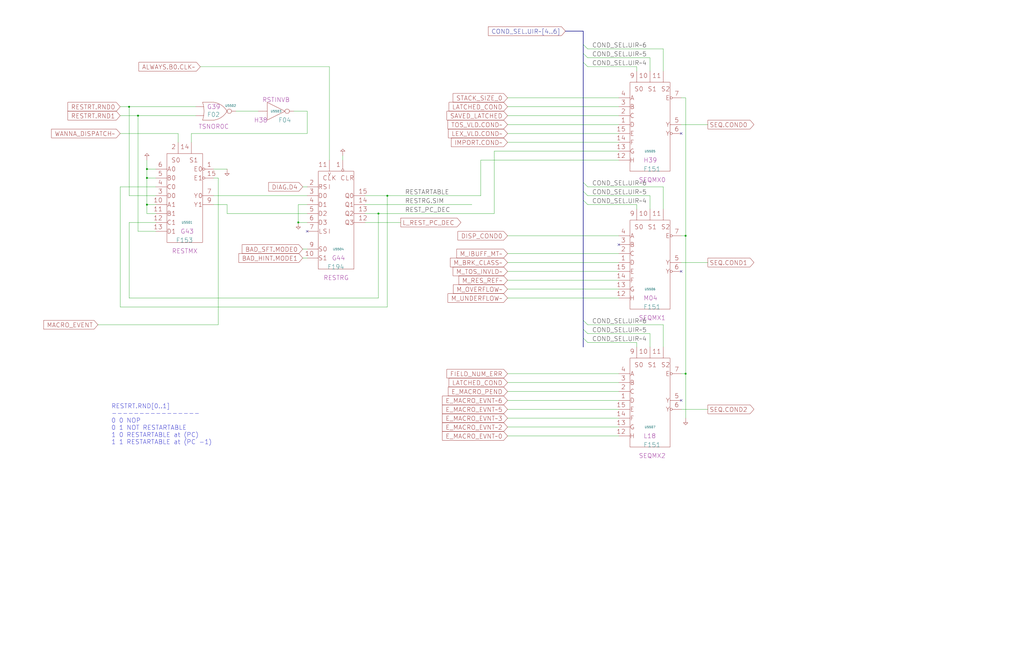
<source format=kicad_sch>
(kicad_sch (version 20211123) (generator eeschema)
  (paper "User" 584.2 378.46)
  (title_block (title "SEQUENCE CONDITION SELECT") (date "22-MAY-90") (rev "1.0") (comment 1 "SEQUENCER") (comment 2 "232-003064") (comment 3 "S400") (comment 4 "RELEASED"))
  (lib_symbols
    (symbol "r1000:F02" (pin_numbers hide) (pin_names hide)
      (property "Reference" "U" (at 12.16 0.635 0))
      (property "Value" "F02" (at -1.27 -4.445 0))
      (property "Location" "___" (at 2.54 0 0))
      (property "Name" "______" (at 2.54 -12.7 0))
      (symbol "F02_0_1"
        (arc (start -3.81 -7.62) (mid -2.9847 -2.54) (end -3.81 2.54) (stroke (width 0.1524)))
        (polyline (pts (xy -5.08 -5.08) (xy -3.175 -5.08)) (stroke (width 0.1524)))
        (polyline (pts (xy -5.08 0) (xy -3.175 0)) (stroke (width 0.1524)))
        (polyline (pts (xy -3.81 -7.62) (xy 2.54 -7.62)) (stroke (width 0.1524)))
        (polyline (pts (xy -3.81 2.54) (xy 2.54 2.54)) (stroke (width 0.1524)))
        (polyline (pts (xy 13.97 -2.54) (xy 12.7 -2.54)) (stroke (width 0.1524)))
        (arc (start 2.54 -7.62) (mid 6.9515 -5.9823) (end 10.16 -2.54) (stroke (width 0.1524)))
        (arc (start 10.16 -2.54) (mid 6.9478 0.8966) (end 2.54 2.54) (stroke (width 0.1524)))
        (circle (center 11.43 -2.54) (radius 1.27) (stroke (width 0.1524)))
      )
      (symbol "F02_0_2"
        (circle (center -3.81 -5.08) (radius 1.27) (stroke (width 0.1524)))
        (circle (center -3.81 0) (radius 1.27) (stroke (width 0.1524)))
        (polyline (pts (xy -2.54 -7.62) (xy 5.08 -7.62)) (stroke (width 0.1524)))
        (polyline (pts (xy -2.54 2.54) (xy -2.54 -7.62)) (stroke (width 0.1524)))
        (polyline (pts (xy -2.54 2.54) (xy 5.08 2.54)) (stroke (width 0.1524)))
        (polyline (pts (xy 11.43 -2.54) (xy 10.16 -2.54)) (stroke (width 0.1524)))
        (polyline (pts (xy 11.43 -2.54) (xy 12.7 -2.54)) (stroke (width 0.1524)))
        (arc (start 5.08 -7.62) (mid 10.1282 -2.54) (end 5.08 2.54) (stroke (width 0.1524)))
      )
      (symbol "F02_1_1"
        (pin input line (at -7.62 0 0) (length 2.54) (name "D0") (number "1"))
        (pin input line (at -7.62 -5.08 0) (length 2.54) (name "D1") (number "2"))
        (pin output line (at 15.24 -2.54 180) (length 1.27) (name "Q") (number "3"))
      )
      (symbol "F02_1_2"
        (pin input line (at -7.62 0 0) (length 2.54) (name "D0") (number "1"))
        (pin input line (at -7.62 -5.08 0) (length 2.54) (name "D1") (number "2"))
        (pin output line (at 15.24 -2.54 180) (length 2.54) (name "Q") (number "3"))
      )
    )
    (symbol "r1000:F04" (pin_numbers hide) (pin_names hide)
      (property "Reference" "U" (at 0 0 0))
      (property "Value" "F04" (at 1.27 -5.08 0))
      (property "Location" "___" (at -12.7 -5.08 0))
      (property "Name" "______" (at 0 5.08 0))
      (symbol "F04_0_1"
        (polyline (pts (xy -7.62 0) (xy -5.08 0)) (stroke (width 0.1524)))
        (polyline (pts (xy -5.08 5.08) (xy -5.08 -5.08)) (stroke (width 0.1524)))
        (polyline (pts (xy 5.08 0) (xy -5.08 -5.08)) (stroke (width 0.1524)))
        (polyline (pts (xy 5.08 0) (xy -5.08 5.08)) (stroke (width 0.1524)))
        (circle (center 6.35 0) (radius 1.27) (stroke (width 0.1524)))
      )
      (symbol "F04_1_1"
        (pin input line (at -10.16 0 0) (length 2.54) (name "D") (number "1"))
        (pin output line (at 10.16 0 180) (length 2.54) (name "Q") (number "2"))
      )
    )
    (symbol "r1000:F151" (pin_numbers hide) (pin_names (offset 1.016) hide)
      (property "Reference" "U" (at 2.54 5.08 0))
      (property "Value" "F151" (at -1.27 -5.08 0))
      (property "Location" "___" (at -1.27 0 0))
      (property "Name" "______" (at 3.81 -12.7 0))
      (symbol "F151_1_1"
        (rectangle (start -8.89 44.45) (end 13.97 -6.35))
        (circle (center 14.605 15.24) (radius 0.635))
        (circle (center 14.605 35.56) (radius 0.635))
        (text "0" (at -2.54 40.64 0) (effects (font (size 2.54 2.54))))
        (text "0" (at 0 48.26 0) (effects (font (size 2.54 2.54))))
        (text "1" (at -15.24 2.54 0) (effects (font (size 2.54 2.54))))
        (text "1" (at -15.24 7.62 0) (effects (font (size 2.54 2.54))))
        (text "1" (at -15.24 12.7 0) (effects (font (size 2.54 2.54))))
        (text "1" (at -15.24 17.78 0) (effects (font (size 2.54 2.54))))
        (text "1" (at -12.7 22.86 0) (effects (font (size 2.54 2.54))))
        (text "1" (at -2.54 48.26 0) (effects (font (size 2.54 2.54))))
        (text "1" (at 5.08 40.64 0) (effects (font (size 2.54 2.54))))
        (text "1" (at 5.08 48.26 0) (effects (font (size 2.54 2.54))))
        (text "1" (at 7.62 48.26 0) (effects (font (size 2.54 2.54))))
        (text "2" (at -12.7 2.54 0) (effects (font (size 2.54 2.54))))
        (text "2" (at -12.7 27.94 0) (effects (font (size 2.54 2.54))))
        (text "2" (at 12.7 40.64 0) (effects (font (size 2.54 2.54))))
        (text "3" (at -12.7 7.62 0) (effects (font (size 2.54 2.54))))
        (text "3" (at -12.7 33.02 0) (effects (font (size 2.54 2.54))))
        (text "4" (at -12.7 12.7 0) (effects (font (size 2.54 2.54))))
        (text "4" (at -12.7 38.1 0) (effects (font (size 2.54 2.54))))
        (text "5" (at -12.7 17.78 0) (effects (font (size 2.54 2.54))))
        (text "5" (at 17.78 22.86 0) (effects (font (size 2.54 2.54))))
        (text "6" (at 17.78 17.78 0) (effects (font (size 2.54 2.54))))
        (text "7" (at 17.78 38.1 0) (effects (font (size 2.54 2.54))))
        (text "9" (at -7.62 48.26 0) (effects (font (size 2.54 2.54))))
        (text "A" (at -7.62 35.56 0) (effects (font (size 2.54 2.54))))
        (text "B" (at -7.62 30.48 0) (effects (font (size 2.54 2.54))))
        (text "C" (at -7.62 25.4 0) (effects (font (size 2.54 2.54))))
        (text "D" (at -7.62 20.32 0) (effects (font (size 2.54 2.54))))
        (text "E" (at -7.62 15.24 0) (effects (font (size 2.54 2.54))))
        (text "E" (at 12.7 35.56 0) (effects (font (size 2.54 2.54))))
        (text "F" (at -7.62 10.16 0) (effects (font (size 2.54 2.54))))
        (text "G" (at -7.62 5.08 0) (effects (font (size 2.54 2.54))))
        (text "H" (at -7.62 0 0) (effects (font (size 2.54 2.54))))
        (text "S" (at -5.08 40.64 0) (effects (font (size 2.54 2.54))))
        (text "S" (at 2.54 40.64 0) (effects (font (size 2.54 2.54))))
        (text "S" (at 10.16 40.64 0) (effects (font (size 2.54 2.54))))
        (text "Y" (at 12.7 15.24 0) (effects (font (size 2.54 2.54))))
        (text "Y" (at 12.7 20.32 0) (effects (font (size 2.54 2.54))))
        (pin input line (at -15.24 20.32 0) (length 6.35) (name "D") (number "1"))
        (pin input line (at 2.54 50.8 270) (length 6.35) (name "S1") (number "10"))
        (pin input line (at 10.16 50.8 270) (length 6.35) (name "S2") (number "11"))
        (pin input line (at -15.24 0 0) (length 6.35) (name "H") (number "12"))
        (pin input line (at -15.24 5.08 0) (length 6.35) (name "G") (number "13"))
        (pin input line (at -15.24 10.16 0) (length 6.35) (name "F") (number "14"))
        (pin input line (at -15.24 15.24 0) (length 6.35) (name "E") (number "15"))
        (pin input line (at -15.24 25.4 0) (length 6.35) (name "C") (number "2"))
        (pin input line (at -15.24 30.48 0) (length 6.35) (name "B") (number "3"))
        (pin input line (at -15.24 35.56 0) (length 6.35) (name "A") (number "4"))
        (pin output line (at 20.32 20.32 180) (length 6.35) (name "Y") (number "5"))
        (pin output line (at 20.32 15.24 180) (length 5.08) (name "Y_") (number "6"))
        (pin input line (at 20.32 35.56 180) (length 5.08) (name "E_") (number "7"))
        (pin input line (at -5.08 50.8 270) (length 6.35) (name "S0") (number "9"))
      )
    )
    (symbol "r1000:F153" (pin_numbers hide) (pin_names (offset 1.016) hide)
      (property "Reference" "U" (at 2.54 5.08 0))
      (property "Value" "F153" (at -3.81 -5.08 0))
      (property "Location" "___" (at -1.27 0 0))
      (property "Name" "______" (at 1.27 -12.7 0))
      (symbol "F153_1_1"
        (rectangle (start -8.89 44.45) (end 11.43 -6.35))
        (circle (center 12.065 30.48) (radius 0.635))
        (circle (center 12.065 35.56) (radius 0.635))
        (text "0" (at -12.7 17.78 0) (effects (font (size 2.54 2.54))))
        (text "0" (at -5.08 20.32 0) (effects (font (size 2.54 2.54))))
        (text "0" (at -5.08 25.4 0) (effects (font (size 2.54 2.54))))
        (text "0" (at -5.08 30.48 0) (effects (font (size 2.54 2.54))))
        (text "0" (at -5.08 35.56 0) (effects (font (size 2.54 2.54))))
        (text "0" (at -2.54 40.64 0) (effects (font (size 2.54 2.54))))
        (text "0" (at 10.16 20.32 0) (effects (font (size 2.54 2.54))))
        (text "0" (at 10.16 35.56 0) (effects (font (size 2.54 2.54))))
        (text "1" (at -15.24 2.54 0) (effects (font (size 2.54 2.54))))
        (text "1" (at -15.24 7.62 0) (effects (font (size 2.54 2.54))))
        (text "1" (at -15.24 12.7 0) (effects (font (size 2.54 2.54))))
        (text "1" (at -15.24 17.78 0) (effects (font (size 2.54 2.54))))
        (text "1" (at -12.7 12.7 0) (effects (font (size 2.54 2.54))))
        (text "1" (at -5.08 0 0) (effects (font (size 2.54 2.54))))
        (text "1" (at -5.08 5.08 0) (effects (font (size 2.54 2.54))))
        (text "1" (at -5.08 10.16 0) (effects (font (size 2.54 2.54))))
        (text "1" (at -5.08 15.24 0) (effects (font (size 2.54 2.54))))
        (text "1" (at 0 48.26 0) (effects (font (size 2.54 2.54))))
        (text "1" (at 7.62 40.64 0) (effects (font (size 2.54 2.54))))
        (text "1" (at 10.16 15.24 0) (effects (font (size 2.54 2.54))))
        (text "1" (at 10.16 30.48 0) (effects (font (size 2.54 2.54))))
        (text "1" (at 15.24 33.02 0) (effects (font (size 2.54 2.54))))
        (text "1" (at 15.24 38.1 0) (effects (font (size 2.54 2.54))))
        (text "2" (at -12.7 7.62 0) (effects (font (size 2.54 2.54))))
        (text "2" (at -5.08 48.26 0) (effects (font (size 2.54 2.54))))
        (text "3" (at -12.7 2.54 0) (effects (font (size 2.54 2.54))))
        (text "3" (at -12.7 22.86 0) (effects (font (size 2.54 2.54))))
        (text "4" (at -12.7 27.94 0) (effects (font (size 2.54 2.54))))
        (text "4" (at 2.54 48.26 0) (effects (font (size 2.54 2.54))))
        (text "5" (at -12.7 33.02 0) (effects (font (size 2.54 2.54))))
        (text "5" (at 17.78 33.02 0) (effects (font (size 2.54 2.54))))
        (text "6" (at -12.7 38.1 0) (effects (font (size 2.54 2.54))))
        (text "7" (at 15.24 22.86 0) (effects (font (size 2.54 2.54))))
        (text "9" (at 15.24 17.78 0) (effects (font (size 2.54 2.54))))
        (text "A" (at -7.62 15.24 0) (effects (font (size 2.54 2.54))))
        (text "A" (at -7.62 35.56 0) (effects (font (size 2.54 2.54))))
        (text "B" (at -7.62 10.16 0) (effects (font (size 2.54 2.54))))
        (text "B" (at -7.62 30.48 0) (effects (font (size 2.54 2.54))))
        (text "C" (at -7.62 5.08 0) (effects (font (size 2.54 2.54))))
        (text "C" (at -7.62 25.4 0) (effects (font (size 2.54 2.54))))
        (text "D" (at -7.62 0 0) (effects (font (size 2.54 2.54))))
        (text "D" (at -7.62 20.32 0) (effects (font (size 2.54 2.54))))
        (text "E" (at 7.62 30.48 0) (effects (font (size 2.54 2.54))))
        (text "E" (at 7.62 35.56 0) (effects (font (size 2.54 2.54))))
        (text "S" (at -5.08 40.64 0) (effects (font (size 2.54 2.54))))
        (text "S" (at 5.08 40.64 0) (effects (font (size 2.54 2.54))))
        (text "Y" (at 7.62 15.24 0) (effects (font (size 2.54 2.54))))
        (text "Y" (at 7.62 20.32 0) (effects (font (size 2.54 2.54))))
        (pin input line (at 17.78 35.56 180) (length 5.08) (name "E0_") (number "1"))
        (pin input line (at -15.24 15.24 0) (length 6.35) (name "A1") (number "10"))
        (pin input line (at -15.24 10.16 0) (length 6.35) (name "B1") (number "11"))
        (pin input line (at -15.24 5.08 0) (length 6.35) (name "C1") (number "12"))
        (pin input line (at -15.24 0 0) (length 6.35) (name "D1") (number "13"))
        (pin input line (at 5.08 50.8 270) (length 6.35) (name "S1") (number "14"))
        (pin input line (at 17.78 30.48 180) (length 5.08) (name "E1_") (number "15"))
        (pin input line (at -2.54 50.8 270) (length 6.35) (name "S0") (number "2"))
        (pin input line (at -15.24 20.32 0) (length 6.35) (name "D0") (number "3"))
        (pin input line (at -15.24 25.4 0) (length 6.35) (name "C0") (number "4"))
        (pin input line (at -15.24 30.48 0) (length 6.35) (name "B0") (number "5"))
        (pin input line (at -15.24 35.56 0) (length 6.35) (name "A0") (number "6"))
        (pin output line (at 17.78 20.32 180) (length 6.35) (name "Y0") (number "7"))
        (pin output line (at 17.78 15.24 180) (length 6.35) (name "Y1") (number "9"))
      )
    )
    (symbol "r1000:F194" (pin_numbers hide) (pin_names (offset 1.016) hide)
      (property "Reference" "U" (at 2.54 5.08 0))
      (property "Value" "F194" (at -3.81 -5.08 0))
      (property "Location" "___" (at -1.27 0 0))
      (property "Name" "______" (at 1.27 -12.7 0))
      (symbol "F194_1_1"
        (rectangle (start -8.89 49.53) (end 11.43 -6.35))
        (circle (center 5.08 50.165) (radius 0.635))
        (text "0" (at -12.7 2.54 0) (effects (font (size 2.54 2.54))))
        (text "0" (at -5.08 5.08 0) (effects (font (size 2.54 2.54))))
        (text "0" (at -5.08 35.56 0) (effects (font (size 2.54 2.54))))
        (text "0" (at 10.16 35.56 0) (effects (font (size 2.54 2.54))))
        (text "1" (at -15.24 2.54 0) (effects (font (size 2.54 2.54))))
        (text "1" (at -7.62 53.34 0) (effects (font (size 2.54 2.54))))
        (text "1" (at -5.08 0 0) (effects (font (size 2.54 2.54))))
        (text "1" (at -5.08 30.48 0) (effects (font (size 2.54 2.54))))
        (text "1" (at -5.08 53.34 0) (effects (font (size 2.54 2.54))))
        (text "1" (at 2.54 53.34 0) (effects (font (size 2.54 2.54))))
        (text "1" (at 10.16 30.48 0) (effects (font (size 2.54 2.54))))
        (text "1" (at 15.24 22.86 0) (effects (font (size 2.54 2.54))))
        (text "1" (at 15.24 27.94 0) (effects (font (size 2.54 2.54))))
        (text "1" (at 15.24 33.02 0) (effects (font (size 2.54 2.54))))
        (text "1" (at 15.24 38.1 0) (effects (font (size 2.54 2.54))))
        (text "2" (at -12.7 43.18 0) (effects (font (size 2.54 2.54))))
        (text "2" (at -5.08 25.4 0) (effects (font (size 2.54 2.54))))
        (text "2" (at 10.16 25.4 0) (effects (font (size 2.54 2.54))))
        (text "2" (at 17.78 22.86 0) (effects (font (size 2.54 2.54))))
        (text "3" (at -12.7 38.1 0) (effects (font (size 2.54 2.54))))
        (text "3" (at -5.08 20.32 0) (effects (font (size 2.54 2.54))))
        (text "3" (at 10.16 20.32 0) (effects (font (size 2.54 2.54))))
        (text "3" (at 17.78 27.94 0) (effects (font (size 2.54 2.54))))
        (text "4" (at -12.7 33.02 0) (effects (font (size 2.54 2.54))))
        (text "4" (at 17.78 33.02 0) (effects (font (size 2.54 2.54))))
        (text "5" (at -12.7 27.94 0) (effects (font (size 2.54 2.54))))
        (text "5" (at 17.78 38.1 0) (effects (font (size 2.54 2.54))))
        (text "6" (at -12.7 22.86 0) (effects (font (size 2.54 2.54))))
        (text "7" (at -12.7 17.78 0) (effects (font (size 2.54 2.54))))
        (text "9" (at -12.7 7.62 0) (effects (font (size 2.54 2.54))))
        (text "C" (at -5.08 45.72 0) (effects (font (size 2.54 2.54))))
        (text "C" (at 5.08 45.72 0) (effects (font (size 2.54 2.54))))
        (text "D" (at -7.62 20.32 0) (effects (font (size 2.54 2.54))))
        (text "D" (at -7.62 25.4 0) (effects (font (size 2.54 2.54))))
        (text "D" (at -7.62 30.48 0) (effects (font (size 2.54 2.54))))
        (text "D" (at -7.62 35.56 0) (effects (font (size 2.54 2.54))))
        (text "I" (at -2.54 15.24 0) (effects (font (size 2.54 2.54))))
        (text "I" (at -2.54 40.64 0) (effects (font (size 2.54 2.54))))
        (text "K" (at 0 45.72 0) (effects (font (size 2.54 2.54))))
        (text "L" (at -7.62 15.24 0) (effects (font (size 2.54 2.54))))
        (text "L" (at -2.54 45.72 0) (effects (font (size 2.54 2.54))))
        (text "L" (at 7.62 45.72 0) (effects (font (size 2.54 2.54))))
        (text "Q" (at 7.62 20.32 0) (effects (font (size 2.54 2.54))))
        (text "Q" (at 7.62 25.4 0) (effects (font (size 2.54 2.54))))
        (text "Q" (at 7.62 30.48 0) (effects (font (size 2.54 2.54))))
        (text "Q" (at 7.62 35.56 0) (effects (font (size 2.54 2.54))))
        (text "R" (at -7.62 40.64 0) (effects (font (size 2.54 2.54))))
        (text "R" (at 10.16 45.72 0) (effects (font (size 2.54 2.54))))
        (text "S" (at -7.62 0 0) (effects (font (size 2.54 2.54))))
        (text "S" (at -7.62 5.08 0) (effects (font (size 2.54 2.54))))
        (text "S" (at -5.08 15.24 0) (effects (font (size 2.54 2.54))))
        (text "S" (at -5.08 40.64 0) (effects (font (size 2.54 2.54))))
        (text "v" (at -2.54 48.26 0) (effects (font (size 2.54 2.54))))
        (pin input line (at 5.08 55.88 270) (length 5.08) (name "CLR_") (number "1"))
        (pin input line (at -15.24 0 0) (length 6.35) (name "S1") (number "10"))
        (pin input line (at -2.54 55.88 270) (length 6.35) (name "CLK") (number "11"))
        (pin output line (at 17.78 20.32 180) (length 6.35) (name "Q3") (number "12"))
        (pin output line (at 17.78 25.4 180) (length 6.35) (name "Q2") (number "13"))
        (pin output line (at 17.78 30.48 180) (length 6.35) (name "Q1") (number "14"))
        (pin output line (at 17.78 35.56 180) (length 6.35) (name "Q0") (number "15"))
        (pin input line (at -15.24 40.64 0) (length 6.35) (name "RSI") (number "2"))
        (pin input line (at -15.24 35.56 0) (length 6.35) (name "D0") (number "3"))
        (pin input line (at -15.24 30.48 0) (length 6.35) (name "D1") (number "4"))
        (pin input line (at -15.24 25.4 0) (length 6.35) (name "D2") (number "5"))
        (pin input line (at -15.24 20.32 0) (length 6.35) (name "D3") (number "6"))
        (pin input line (at -15.24 15.24 0) (length 6.35) (name "LSI") (number "7"))
        (pin input line (at -15.24 5.08 0) (length 6.35) (name "S0") (number "9"))
      )
    )
    (symbol "r1000:PD" (power) (pin_numbers hide) (pin_names hide) (in_bom no)
      (symbol "PD_0_1"
        (polyline (pts (xy 0 -2.54) (xy 1.27 -2.54) (xy 0 -3.81) (xy -1.27 -2.54) (xy 0 -2.54)) (stroke (width 0.1524)))
      )
      (symbol "PD_1_1"
        (pin power_in line (at 0 0 270) (length 2.54) (name "PD") (number "1"))
      )
    )
    (symbol "r1000:PU" (power) (pin_numbers hide) (pin_names hide)
      (symbol "PU_0_1"
        (polyline (pts (xy 0 2.54) (xy -1.27 2.54) (xy 0 3.81) (xy 1.27 2.54) (xy 0 2.54)) (stroke (width 0.1524)))
      )
      (symbol "PU_1_1"
        (pin power_in line (at 0 0 90) (length 2.54) (name "PU") (number "1"))
      )
    )
  )
  (junction (at 73.66 60.96) (diameter 0.9144))
  (junction (at 83.82 96.52) (diameter 0.9144))
  (junction (at 170.18 127) (diameter 0.9144))
  (junction (at 78.74 66.04) (diameter 0.9144))
  (junction (at 220.98 111.76) (diameter 0.9144))
  (junction (at 83.82 116.84) (diameter 0.9144))
  (junction (at 391.16 213.36) (diameter 0.9144))
  (junction (at 215.9 121.92) (diameter 0.9144))
  (junction (at 391.16 134.62) (diameter 0.9144))
  (junction (at 83.82 101.6) (diameter 0.9144))
  (no_connect (at 353.06 139.7))
  (no_connect (at 388.62 76.2))
  (no_connect (at 388.62 154.94))
  (no_connect (at 388.62 228.6))
  (no_connect (at 175.26 132.08))
  (bus_entry (at 332.74 104.14) (size 2.54 2.54))
  (bus_entry (at 332.74 30.48) (size 2.54 2.54))
  (bus_entry (at 332.74 25.4) (size 2.54 2.54))
  (bus_entry (at 332.74 35.56) (size 2.54 2.54))
  (bus_entry (at 332.74 193.04) (size 2.54 2.54))
  (bus_entry (at 332.74 109.22) (size 2.54 2.54))
  (bus_entry (at 332.74 187.96) (size 2.54 2.54))
  (bus_entry (at 332.74 114.3) (size 2.54 2.54))
  (bus_entry (at 332.74 182.88) (size 2.54 2.54))
  (bus (pts (xy 322.58 17.78) (xy 332.74 17.78)))
  (bus (pts (xy 332.74 17.78) (xy 332.74 25.4)))
  (wire (pts (xy 68.58 66.04) (xy 78.74 66.04)))
  (wire (pts (xy 78.74 66.04) (xy 111.76 66.04)))
  (wire (pts (xy 388.62 233.68) (xy 403.86 233.68)))
  (wire (pts (xy 335.28 116.84) (xy 363.22 116.84)))
  (wire (pts (xy 289.56 243.84) (xy 353.06 243.84)))
  (wire (pts (xy 335.28 27.94) (xy 378.46 27.94)))
  (wire (pts (xy 378.46 27.94) (xy 378.46 40.64)))
  (wire (pts (xy 55.88 185.42) (xy 124.46 185.42)))
  (wire (pts (xy 124.46 101.6) (xy 121.92 101.6)))
  (wire (pts (xy 124.46 185.42) (xy 124.46 101.6)))
  (wire (pts (xy 289.56 165.1) (xy 353.06 165.1)))
  (wire (pts (xy 83.82 91.44) (xy 83.82 96.52)))
  (wire (pts (xy 83.82 96.52) (xy 83.82 101.6)))
  (wire (pts (xy 83.82 101.6) (xy 83.82 116.84)))
  (wire (pts (xy 83.82 116.84) (xy 83.82 121.92)))
  (wire (pts (xy 88.9 121.92) (xy 83.82 121.92)))
  (wire (pts (xy 289.56 134.62) (xy 353.06 134.62)))
  (wire (pts (xy 388.62 213.36) (xy 391.16 213.36)))
  (wire (pts (xy 289.56 233.68) (xy 353.06 233.68)))
  (wire (pts (xy 289.56 55.88) (xy 353.06 55.88)))
  (wire (pts (xy 121.92 111.76) (xy 175.26 111.76)))
  (wire (pts (xy 289.56 238.76) (xy 353.06 238.76)))
  (wire (pts (xy 73.66 127) (xy 73.66 170.18)))
  (wire (pts (xy 73.66 170.18) (xy 215.9 170.18)))
  (wire (pts (xy 88.9 127) (xy 73.66 127)))
  (wire (pts (xy 215.9 170.18) (xy 215.9 121.92)))
  (wire (pts (xy 289.56 170.18) (xy 353.06 170.18)))
  (wire (pts (xy 195.58 88.9) (xy 195.58 91.44)))
  (wire (pts (xy 121.92 116.84) (xy 129.54 116.84)))
  (wire (pts (xy 129.54 116.84) (xy 129.54 121.92)))
  (wire (pts (xy 129.54 121.92) (xy 175.26 121.92)))
  (wire (pts (xy 134.62 63.5) (xy 147.32 63.5)))
  (bus (pts (xy 332.74 193.04) (xy 332.74 198.12)))
  (bus (pts (xy 332.74 30.48) (xy 332.74 35.56)))
  (bus (pts (xy 332.74 104.14) (xy 332.74 109.22)))
  (wire (pts (xy 208.28 127) (xy 228.6 127)))
  (wire (pts (xy 170.18 116.84) (xy 170.18 127)))
  (wire (pts (xy 170.18 127) (xy 175.26 127)))
  (wire (pts (xy 175.26 116.84) (xy 170.18 116.84)))
  (wire (pts (xy 68.58 76.2) (xy 101.6 76.2)))
  (wire (pts (xy 101.6 76.2) (xy 101.6 81.28)))
  (wire (pts (xy 289.56 71.12) (xy 353.06 71.12)))
  (bus (pts (xy 332.74 25.4) (xy 332.74 30.48)))
  (wire (pts (xy 289.56 149.86) (xy 353.06 149.86)))
  (wire (pts (xy 388.62 134.62) (xy 391.16 134.62)))
  (wire (pts (xy 335.28 185.42) (xy 378.46 185.42)))
  (wire (pts (xy 289.56 160.02) (xy 353.06 160.02)))
  (wire (pts (xy 335.28 106.68) (xy 378.46 106.68)))
  (wire (pts (xy 363.22 195.58) (xy 363.22 198.12)))
  (wire (pts (xy 73.66 60.96) (xy 73.66 111.76)))
  (wire (pts (xy 73.66 111.76) (xy 88.9 111.76)))
  (wire (pts (xy 388.62 71.12) (xy 403.86 71.12)))
  (wire (pts (xy 289.56 223.52) (xy 353.06 223.52)))
  (wire (pts (xy 83.82 101.6) (xy 88.9 101.6)))
  (wire (pts (xy 220.98 111.76) (xy 208.28 111.76)))
  (wire (pts (xy 274.32 91.44) (xy 274.32 111.76)))
  (wire (pts (xy 274.32 111.76) (xy 220.98 111.76)))
  (wire (pts (xy 353.06 91.44) (xy 274.32 91.44)))
  (wire (pts (xy 289.56 66.04) (xy 353.06 66.04)))
  (wire (pts (xy 172.72 106.68) (xy 175.26 106.68)))
  (wire (pts (xy 388.62 149.86) (xy 403.86 149.86)))
  (wire (pts (xy 68.58 106.68) (xy 68.58 175.26)))
  (wire (pts (xy 68.58 175.26) (xy 220.98 175.26)))
  (wire (pts (xy 88.9 106.68) (xy 68.58 106.68)))
  (wire (pts (xy 220.98 175.26) (xy 220.98 111.76)))
  (bus (pts (xy 332.74 35.56) (xy 332.74 104.14)))
  (bus (pts (xy 332.74 187.96) (xy 332.74 193.04)))
  (bus (pts (xy 332.74 114.3) (xy 332.74 182.88)))
  (wire (pts (xy 289.56 248.92) (xy 353.06 248.92)))
  (wire (pts (xy 363.22 116.84) (xy 363.22 119.38)))
  (wire (pts (xy 114.3 38.1) (xy 187.96 38.1)))
  (wire (pts (xy 187.96 38.1) (xy 187.96 91.44)))
  (wire (pts (xy 83.82 116.84) (xy 88.9 116.84)))
  (wire (pts (xy 208.28 116.84) (xy 269.24 116.84)))
  (wire (pts (xy 335.28 190.5) (xy 370.84 190.5)))
  (wire (pts (xy 289.56 60.96) (xy 353.06 60.96)))
  (wire (pts (xy 335.28 33.02) (xy 370.84 33.02)))
  (wire (pts (xy 370.84 33.02) (xy 370.84 40.64)))
  (wire (pts (xy 172.72 147.32) (xy 175.26 147.32)))
  (bus (pts (xy 332.74 182.88) (xy 332.74 187.96)))
  (wire (pts (xy 335.28 195.58) (xy 363.22 195.58)))
  (wire (pts (xy 378.46 185.42) (xy 378.46 198.12)))
  (wire (pts (xy 289.56 144.78) (xy 353.06 144.78)))
  (wire (pts (xy 289.56 218.44) (xy 353.06 218.44)))
  (wire (pts (xy 289.56 81.28) (xy 353.06 81.28)))
  (wire (pts (xy 370.84 111.76) (xy 370.84 119.38)))
  (wire (pts (xy 78.74 66.04) (xy 78.74 132.08)))
  (wire (pts (xy 78.74 132.08) (xy 88.9 132.08)))
  (wire (pts (xy 121.92 96.52) (xy 129.54 96.52)))
  (wire (pts (xy 289.56 154.94) (xy 353.06 154.94)))
  (wire (pts (xy 335.28 38.1) (xy 363.22 38.1)))
  (wire (pts (xy 363.22 38.1) (xy 363.22 40.64)))
  (wire (pts (xy 68.58 60.96) (xy 73.66 60.96)))
  (wire (pts (xy 73.66 60.96) (xy 111.76 60.96)))
  (wire (pts (xy 378.46 106.68) (xy 378.46 119.38)))
  (wire (pts (xy 289.56 228.6) (xy 353.06 228.6)))
  (wire (pts (xy 289.56 76.2) (xy 353.06 76.2)))
  (bus (pts (xy 332.74 109.22) (xy 332.74 114.3)))
  (wire (pts (xy 335.28 111.76) (xy 370.84 111.76)))
  (wire (pts (xy 391.16 55.88) (xy 388.62 55.88)))
  (wire (pts (xy 391.16 134.62) (xy 391.16 55.88)))
  (wire (pts (xy 391.16 213.36) (xy 391.16 134.62)))
  (wire (pts (xy 391.16 238.76) (xy 391.16 213.36)))
  (wire (pts (xy 215.9 121.92) (xy 208.28 121.92)))
  (wire (pts (xy 281.94 86.36) (xy 281.94 121.92)))
  (wire (pts (xy 281.94 121.92) (xy 215.9 121.92)))
  (wire (pts (xy 353.06 86.36) (xy 281.94 86.36)))
  (wire (pts (xy 83.82 96.52) (xy 88.9 96.52)))
  (wire (pts (xy 370.84 190.5) (xy 370.84 198.12)))
  (wire (pts (xy 172.72 142.24) (xy 175.26 142.24)))
  (wire (pts (xy 289.56 213.36) (xy 353.06 213.36)))
  (wire (pts (xy 109.22 76.2) (xy 109.22 81.28)))
  (wire (pts (xy 167.64 63.5) (xy 175.26 63.5)))
  (wire (pts (xy 175.26 63.5) (xy 175.26 76.2)))
  (wire (pts (xy 175.26 76.2) (xy 109.22 76.2)))
  (text "RESTRT.RND[0..1]\n----------------\n0 0 NOP\n0 1 NOT RESTARTABLE\n1 0 RESTARTABLE at (PC)\n1 1 RESTARTABLE at (PC -1)" (at 63.5 254 0) (effects (font (size 2.54 2.54)) (justify left bottom)))
  (label "COND_SEL.UIR~4" (at 337.82 195.58 0) (effects (font (size 2.54 2.54))))
  (label "RESTRG.SIM" (at 231.14 116.84 0) (effects (font (size 2.54 2.54))))
  (label "COND_SEL.UIR~4" (at 337.82 38.1 0) (effects (font (size 2.54 2.54))))
  (label "COND_SEL.UIR~5" (at 337.82 33.02 0) (effects (font (size 2.54 2.54))))
  (label "REST_PC_DEC" (at 231.14 121.92 0) (effects (font (size 2.54 2.54))))
  (label "COND_SEL.UIR~6" (at 337.82 106.68 0) (effects (font (size 2.54 2.54))))
  (label "COND_SEL.UIR~4" (at 337.82 116.84 0) (effects (font (size 2.54 2.54))))
  (label "COND_SEL.UIR~5" (at 337.82 111.76 0) (effects (font (size 2.54 2.54))))
  (label "COND_SEL.UIR~5" (at 337.82 190.5 0) (effects (font (size 2.54 2.54))))
  (label "COND_SEL.UIR~6" (at 337.82 185.42 0) (effects (font (size 2.54 2.54))))
  (label "RESTARTABLE" (at 231.14 111.76 0) (effects (font (size 2.54 2.54))))
  (label "COND_SEL.UIR~6" (at 337.82 27.94 0) (effects (font (size 2.54 2.54))))
  (global_label "FIELD_NUM_ERR" (shape input) (at 289.56 213.36 180) (effects (font (size 2.54 2.54))) (property "Intersheet References" "${INTERSHEET_REFS}" (at 254.9797 213.2013 0) (effects (font (size 2.54 2.54)) (justify right))))
  (global_label "E_MACRO_EVNT~2" (shape input) (at 289.56 243.84 180) (effects (font (size 2.54 2.54))) (property "Intersheet References" "${INTERSHEET_REFS}" (at 252.4397 243.6813 0) (effects (font (size 2.54 2.54)) (justify right))))
  (global_label "M_TOS_INVLD~" (shape input) (at 289.56 154.94 180) (effects (font (size 2.54 2.54))) (property "Intersheet References" "${INTERSHEET_REFS}" (at 258.4873 154.7813 0) (effects (font (size 2.54 2.54)) (justify right))))
  (global_label "RESTRT.RND0" (shape input) (at 68.58 60.96 180) (effects (font (size 2.54 2.54))) (property "Intersheet References" "${INTERSHEET_REFS}" (at 38.7169 60.8013 0) (effects (font (size 2.54 2.54)) (justify right))))
  (global_label "LEX_VLD.COND~" (shape input) (at 289.56 76.2 180) (effects (font (size 2.54 2.54))) (property "Intersheet References" "${INTERSHEET_REFS}" (at 255.8264 76.0413 0) (effects (font (size 2.54 2.54)) (justify right))))
  (global_label "IMPORT.COND~" (shape input) (at 289.56 81.28 180) (effects (font (size 2.54 2.54))) (property "Intersheet References" "${INTERSHEET_REFS}" (at 257.5197 81.1213 0) (effects (font (size 2.54 2.54)) (justify right))))
  (global_label "LATCHED_COND" (shape input) (at 289.56 60.96 180) (effects (font (size 2.54 2.54))) (property "Intersheet References" "${INTERSHEET_REFS}" (at 256.1892 60.8013 0) (effects (font (size 2.54 2.54)) (justify right))))
  (global_label "STACK_SIZE_0" (shape input) (at 289.56 55.88 180) (effects (font (size 2.54 2.54))) (property "Intersheet References" "${INTERSHEET_REFS}" (at 258.4873 55.7213 0) (effects (font (size 2.54 2.54)) (justify right))))
  (global_label "M_IBUFF_MT~" (shape input) (at 289.56 144.78 180) (effects (font (size 2.54 2.54))) (property "Intersheet References" "${INTERSHEET_REFS}" (at 260.5435 144.6213 0) (effects (font (size 2.54 2.54)) (justify right))))
  (global_label "SAVED_LATCHED" (shape input) (at 289.56 66.04 180) (effects (font (size 2.54 2.54))) (property "Intersheet References" "${INTERSHEET_REFS}" (at 254.9797 65.8813 0) (effects (font (size 2.54 2.54)) (justify right))))
  (global_label "E_MACRO_EVNT~5" (shape input) (at 289.56 233.68 180) (effects (font (size 2.54 2.54))) (property "Intersheet References" "${INTERSHEET_REFS}" (at 252.4397 233.5213 0) (effects (font (size 2.54 2.54)) (justify right))))
  (global_label "DISP_COND0" (shape input) (at 289.56 134.62 180) (effects (font (size 2.54 2.54))) (property "Intersheet References" "${INTERSHEET_REFS}" (at 261.2692 134.4613 0) (effects (font (size 2.54 2.54)) (justify right))))
  (global_label "M_UNDERFLOW~" (shape input) (at 289.56 170.18 180) (effects (font (size 2.54 2.54))) (property "Intersheet References" "${INTERSHEET_REFS}" (at 255.5845 170.0213 0) (effects (font (size 2.54 2.54)) (justify right))))
  (global_label "TOS_VLD.COND~" (shape input) (at 289.56 71.12 180) (effects (font (size 2.54 2.54))) (property "Intersheet References" "${INTERSHEET_REFS}" (at 255.5845 70.9613 0) (effects (font (size 2.54 2.54)) (justify right))))
  (global_label "BAD_SFT.MODE0" (shape input) (at 172.72 142.24 180) (effects (font (size 2.54 2.54))) (property "Intersheet References" "${INTERSHEET_REFS}" (at 138.1397 142.0813 0) (effects (font (size 2.54 2.54)) (justify right))))
  (global_label "SEQ.COND1" (shape output) (at 403.86 149.86 0) (effects (font (size 2.54 2.54))) (property "Intersheet References" "${INTERSHEET_REFS}" (at 430.0946 149.7013 0) (effects (font (size 2.54 2.54)) (justify left))))
  (global_label "MACRO_EVENT" (shape input) (at 55.88 185.42 180) (effects (font (size 2.54 2.54))) (property "Intersheet References" "${INTERSHEET_REFS}" (at 24.9283 185.2613 0) (effects (font (size 2.54 2.54)) (justify right))))
  (global_label "M_RES_REF~" (shape input) (at 289.56 160.02 180) (effects (font (size 2.54 2.54))) (property "Intersheet References" "${INTERSHEET_REFS}" (at 261.874 159.8613 0) (effects (font (size 2.54 2.54)) (justify right))))
  (global_label "L_REST_PC_DEC" (shape output) (at 228.6 127 0) (effects (font (size 2.54 2.54))) (property "Intersheet References" "${INTERSHEET_REFS}" (at 262.9384 126.8413 0) (effects (font (size 2.54 2.54)) (justify left))))
  (global_label "LATCHED_COND" (shape input) (at 289.56 218.44 180) (effects (font (size 2.54 2.54))) (property "Intersheet References" "${INTERSHEET_REFS}" (at 256.1892 218.2813 0) (effects (font (size 2.54 2.54)) (justify right))))
  (global_label "RESTRT.RND1" (shape input) (at 68.58 66.04 180) (effects (font (size 2.54 2.54))) (property "Intersheet References" "${INTERSHEET_REFS}" (at 38.7169 65.8813 0) (effects (font (size 2.54 2.54)) (justify right))))
  (global_label "E_MACRO_EVNT~3" (shape input) (at 289.56 238.76 180) (effects (font (size 2.54 2.54))) (property "Intersheet References" "${INTERSHEET_REFS}" (at 252.4397 238.6013 0) (effects (font (size 2.54 2.54)) (justify right))))
  (global_label "M_BRK_CLASS~" (shape input) (at 289.56 149.86 180) (effects (font (size 2.54 2.54))) (property "Intersheet References" "${INTERSHEET_REFS}" (at 256.915 149.7013 0) (effects (font (size 2.54 2.54)) (justify right))))
  (global_label "E_MACRO_EVNT~0" (shape input) (at 289.56 248.92 180) (effects (font (size 2.54 2.54))) (property "Intersheet References" "${INTERSHEET_REFS}" (at 252.4397 248.7613 0) (effects (font (size 2.54 2.54)) (justify right))))
  (global_label "WANNA_DISPATCH~" (shape input) (at 68.58 76.2 180) (effects (font (size 2.54 2.54))) (property "Intersheet References" "${INTERSHEET_REFS}" (at 29.4035 76.0413 0) (effects (font (size 2.54 2.54)) (justify right))))
  (global_label "BAD_HINT.MODE1" (shape input) (at 172.72 147.32 180) (effects (font (size 2.54 2.54))) (property "Intersheet References" "${INTERSHEET_REFS}" (at 136.2045 147.1613 0) (effects (font (size 2.54 2.54)) (justify right))))
  (global_label "ALWAYS.B0.CLK~" (shape input) (at 114.3 38.1 180) (effects (font (size 2.54 2.54))) (property "Intersheet References" "${INTERSHEET_REFS}" (at 79.2359 37.9413 0) (effects (font (size 2.54 2.54)) (justify right))))
  (global_label "M_OVERFLOW~" (shape input) (at 289.56 165.1 180) (effects (font (size 2.54 2.54))) (property "Intersheet References" "${INTERSHEET_REFS}" (at 258.6083 164.9413 0) (effects (font (size 2.54 2.54)) (justify right))))
  (global_label "E_MACRO_EVNT~6" (shape input) (at 289.56 228.6 180) (effects (font (size 2.54 2.54))) (property "Intersheet References" "${INTERSHEET_REFS}" (at 252.4397 228.4413 0) (effects (font (size 2.54 2.54)) (justify right))))
  (global_label "DIAG.D4" (shape input) (at 172.72 106.68 180) (effects (font (size 2.54 2.54))) (property "Intersheet References" "${INTERSHEET_REFS}" (at 153.2588 106.5213 0) (effects (font (size 2.54 2.54)) (justify right))))
  (global_label "E_MACRO_PEND" (shape input) (at 289.56 223.52 180) (effects (font (size 2.54 2.54))) (property "Intersheet References" "${INTERSHEET_REFS}" (at 255.7054 223.3613 0) (effects (font (size 2.54 2.54)) (justify right))))
  (global_label "SEQ.COND2" (shape output) (at 403.86 233.68 0) (effects (font (size 2.54 2.54))) (property "Intersheet References" "${INTERSHEET_REFS}" (at 430.0946 233.5213 0) (effects (font (size 2.54 2.54)) (justify left))))
  (global_label "SEQ.COND0" (shape output) (at 403.86 71.12 0) (effects (font (size 2.54 2.54))) (property "Intersheet References" "${INTERSHEET_REFS}" (at 430.0946 70.9613 0) (effects (font (size 2.54 2.54)) (justify left))))
  (global_label "COND_SEL.UIR~[4..6]" (shape input) (at 322.58 17.78 180) (effects (font (size 2.54 2.54))) (property "Intersheet References" "${INTERSHEET_REFS}" (at 278.5654 17.6213 0) (effects (font (size 2.54 2.54)) (justify right))))
  (symbol (lib_id "r1000:PD") (at 391.16 238.76 0) (unit 1) (in_bom no)
    (property "Reference" "#PWR05504" (effects hide))
    (property "Value" "PD" (effects hide))
  )
  (symbol (lib_id "r1000:F194") (at 190.5 147.32 0) (unit 1)
    (property "Reference" "U5504" (at 193.04 142.24 0))
    (property "Value" "F194" (at 186.69 152.4 0) (effects (font (size 2.54 2.54)) (justify left)))
    (property "Location" "G44" (at 189.23 147.32 0) (effects (font (size 2.54 2.54)) (justify left)))
    (property "Name" "RESTRG" (at 191.77 160.02 0) (effects (font (size 2.54 2.54)) (justify bottom)))
  )
  (symbol (lib_id "r1000:PD") (at 170.18 127 0) (unit 1) (in_bom no)
    (property "Reference" "#PWR05505" (effects hide))
    (property "Value" "PD" (effects hide))
  )
  (symbol (lib_id "r1000:F04") (at 157.48 63.5 0) (unit 1)
    (property "Reference" "U5503" (at 157.48 63.5 0))
    (property "Value" "F04" (at 158.75 68.58 0) (effects (font (size 2.54 2.54)) (justify left)))
    (property "Location" "H38" (at 144.78 68.58 0) (effects (font (size 2.54 2.54)) (justify left)))
    (property "Name" "RSTINVB" (at 157.48 58.42 0) (effects (font (size 2.54 2.54)) (justify bottom)))
  )
  (symbol (lib_id "r1000:PD") (at 129.54 96.52 0) (unit 1) (in_bom no)
    (property "Reference" "#PWR05502" (effects hide))
    (property "Value" "PD" (effects hide))
  )
  (symbol (lib_id "r1000:F02") (at 119.38 60.96 0) (unit 1)
    (property "Reference" "U5502" (at 131.54 60.325 0))
    (property "Value" "F02" (at 118.11 65.405 0) (effects (font (size 2.54 2.54)) (justify left)))
    (property "Location" "G39" (at 121.92 60.96 0) (effects (font (size 2.54 2.54))))
    (property "Name" "TSNOR0C" (at 121.92 73.66 0) (effects (font (size 2.54 2.54)) (justify bottom)))
  )
  (symbol (lib_id "r1000:PU") (at 83.82 91.44 0) (unit 1)
    (property "Reference" "#PWR05501" (effects hide))
    (property "Value" "PU" (effects hide))
  )
  (symbol (lib_id "r1000:F153") (at 104.14 132.08 0) (unit 1)
    (property "Reference" "U5501" (at 106.68 127 0))
    (property "Value" "F153" (at 100.33 137.16 0) (effects (font (size 2.54 2.54)) (justify left)))
    (property "Location" "G43" (at 102.87 132.08 0) (effects (font (size 2.54 2.54)) (justify left)))
    (property "Name" "RESTMX" (at 105.41 144.78 0) (effects (font (size 2.54 2.54)) (justify bottom)))
  )
  (symbol (lib_id "r1000:F151") (at 368.3 170.18 0) (unit 1)
    (property "Reference" "U5506" (at 370.84 165.1 0))
    (property "Value" "F151" (at 367.03 175.26 0) (effects (font (size 2.54 2.54)) (justify left)))
    (property "Location" "M04" (at 367.03 170.18 0) (effects (font (size 2.54 2.54)) (justify left)))
    (property "Name" "SEQMX1" (at 372.11 182.88 0) (effects (font (size 2.54 2.54)) (justify bottom)))
  )
  (symbol (lib_id "r1000:PU") (at 195.58 88.9 0) (unit 1)
    (property "Reference" "#PWR05503" (effects hide))
    (property "Value" "PU" (effects hide))
  )
  (symbol (lib_id "r1000:F151") (at 368.3 248.92 0) (unit 1)
    (property "Reference" "U5507" (at 370.84 243.84 0))
    (property "Value" "F151" (at 367.03 254 0) (effects (font (size 2.54 2.54)) (justify left)))
    (property "Location" "L18" (at 367.03 248.92 0) (effects (font (size 2.54 2.54)) (justify left)))
    (property "Name" "SEQMX2" (at 372.11 261.62 0) (effects (font (size 2.54 2.54)) (justify bottom)))
  )
  (symbol (lib_id "r1000:F151") (at 368.3 91.44 0) (unit 1)
    (property "Reference" "U5505" (at 370.84 86.36 0))
    (property "Value" "F151" (at 367.03 96.52 0) (effects (font (size 2.54 2.54)) (justify left)))
    (property "Location" "H39" (at 367.03 91.44 0) (effects (font (size 2.54 2.54)) (justify left)))
    (property "Name" "SEQMX0" (at 372.11 104.14 0) (effects (font (size 2.54 2.54)) (justify bottom)))
  )
)
</source>
